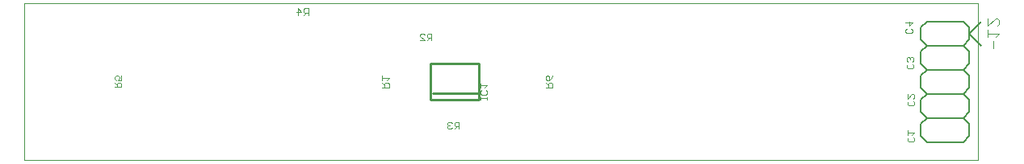
<source format=gbo>
G75*
%MOIN*%
%OFA0B0*%
%FSLAX25Y25*%
%IPPOS*%
%LPD*%
%AMOC8*
5,1,8,0,0,1.08239X$1,22.5*
%
%ADD10C,0.00000*%
%ADD11C,0.01000*%
%ADD12C,0.00400*%
%ADD13C,0.00600*%
%ADD14C,0.00500*%
D10*
X0001800Y0003000D02*
X0001800Y0067961D01*
X0395501Y0067961D01*
X0395501Y0003000D01*
X0001800Y0003000D01*
D11*
X0169300Y0028000D02*
X0169300Y0043000D01*
X0189300Y0043000D01*
X0189300Y0028000D01*
X0169300Y0028000D01*
X0170292Y0030741D02*
X0188940Y0030741D01*
D12*
X0190000Y0030592D02*
X0190000Y0031509D01*
X0190459Y0031968D01*
X0190000Y0033034D02*
X0190000Y0034868D01*
X0190000Y0033951D02*
X0192752Y0033951D01*
X0191835Y0033034D01*
X0192293Y0031968D02*
X0192752Y0031509D01*
X0192752Y0030592D01*
X0192293Y0030133D01*
X0190459Y0030133D01*
X0190000Y0030592D01*
X0190000Y0029117D02*
X0190000Y0028200D01*
X0190000Y0028659D02*
X0192752Y0028659D01*
X0192752Y0029117D02*
X0192752Y0028200D01*
X0217000Y0033200D02*
X0219752Y0033200D01*
X0219752Y0034576D01*
X0219293Y0035035D01*
X0218376Y0035035D01*
X0217917Y0034576D01*
X0217917Y0033200D01*
X0217917Y0034117D02*
X0217000Y0035035D01*
X0217459Y0036100D02*
X0217000Y0036559D01*
X0217000Y0037476D01*
X0217459Y0037935D01*
X0217917Y0037935D01*
X0218376Y0037476D01*
X0218376Y0036100D01*
X0217459Y0036100D01*
X0218376Y0036100D02*
X0219293Y0037017D01*
X0219752Y0037935D01*
X0152252Y0037017D02*
X0151335Y0036100D01*
X0152252Y0037017D02*
X0149500Y0037017D01*
X0149500Y0036100D02*
X0149500Y0037935D01*
X0149500Y0035035D02*
X0150417Y0034117D01*
X0150417Y0034576D02*
X0150417Y0033200D01*
X0149500Y0033200D02*
X0152252Y0033200D01*
X0152252Y0034576D01*
X0151793Y0035035D01*
X0150876Y0035035D01*
X0150417Y0034576D01*
X0176428Y0018328D02*
X0176887Y0018787D01*
X0177804Y0018787D01*
X0178262Y0018328D01*
X0179328Y0018328D02*
X0179328Y0017411D01*
X0179787Y0016952D01*
X0181163Y0016952D01*
X0180245Y0016952D02*
X0179328Y0016035D01*
X0178262Y0016493D02*
X0177804Y0016035D01*
X0176887Y0016035D01*
X0176428Y0016493D01*
X0176428Y0016952D01*
X0176887Y0017411D01*
X0177345Y0017411D01*
X0176887Y0017411D02*
X0176428Y0017869D01*
X0176428Y0018328D01*
X0179328Y0018328D02*
X0179787Y0018787D01*
X0181163Y0018787D01*
X0181163Y0016035D01*
X0041891Y0033225D02*
X0041891Y0034601D01*
X0041432Y0035060D01*
X0040515Y0035060D01*
X0040056Y0034601D01*
X0040056Y0033225D01*
X0039139Y0033225D02*
X0041891Y0033225D01*
X0040056Y0034143D02*
X0039139Y0035060D01*
X0039598Y0036125D02*
X0039139Y0036584D01*
X0039139Y0037501D01*
X0039598Y0037960D01*
X0040515Y0037960D01*
X0040974Y0037501D01*
X0040974Y0037043D01*
X0040515Y0036125D01*
X0041891Y0036125D01*
X0041891Y0037960D01*
X0165165Y0052688D02*
X0167000Y0052688D01*
X0165165Y0054523D01*
X0165165Y0054981D01*
X0165624Y0055440D01*
X0166541Y0055440D01*
X0167000Y0054981D01*
X0168066Y0054981D02*
X0168066Y0054064D01*
X0168524Y0053605D01*
X0169900Y0053605D01*
X0169900Y0052688D02*
X0169900Y0055440D01*
X0168524Y0055440D01*
X0168066Y0054981D01*
X0168983Y0053605D02*
X0168066Y0052688D01*
X0118938Y0063122D02*
X0118938Y0065874D01*
X0117562Y0065874D01*
X0117103Y0065415D01*
X0117103Y0064498D01*
X0117562Y0064039D01*
X0118938Y0064039D01*
X0118020Y0064039D02*
X0117103Y0063122D01*
X0114662Y0063122D02*
X0114662Y0065874D01*
X0116038Y0064498D01*
X0114203Y0064498D01*
X0365529Y0059929D02*
X0368281Y0059929D01*
X0366905Y0058553D01*
X0366905Y0060388D01*
X0365988Y0057488D02*
X0365529Y0057029D01*
X0365529Y0056112D01*
X0365988Y0055653D01*
X0367823Y0055653D01*
X0368281Y0056112D01*
X0368281Y0057029D01*
X0367823Y0057488D01*
X0399500Y0057061D02*
X0399500Y0053992D01*
X0402569Y0053992D02*
X0404104Y0055527D01*
X0399500Y0055527D01*
X0399500Y0058596D02*
X0402569Y0061665D01*
X0403337Y0061665D01*
X0404104Y0060898D01*
X0404104Y0059363D01*
X0403337Y0058596D01*
X0399500Y0058596D02*
X0399500Y0061665D01*
X0401802Y0052457D02*
X0401802Y0049388D01*
X0368697Y0045207D02*
X0368697Y0044290D01*
X0368238Y0043831D01*
X0368238Y0042766D02*
X0368697Y0042307D01*
X0368697Y0041390D01*
X0368238Y0040931D01*
X0366403Y0040931D01*
X0365945Y0041390D01*
X0365945Y0042307D01*
X0366403Y0042766D01*
X0366403Y0043831D02*
X0365945Y0044290D01*
X0365945Y0045207D01*
X0366403Y0045666D01*
X0366862Y0045666D01*
X0367321Y0045207D01*
X0367321Y0044749D01*
X0367321Y0045207D02*
X0367779Y0045666D01*
X0368238Y0045666D01*
X0368697Y0045207D01*
X0368573Y0030333D02*
X0369032Y0029875D01*
X0369032Y0028957D01*
X0368573Y0028499D01*
X0368573Y0027433D02*
X0369032Y0026975D01*
X0369032Y0026057D01*
X0368573Y0025599D01*
X0366738Y0025599D01*
X0366280Y0026057D01*
X0366280Y0026975D01*
X0366738Y0027433D01*
X0366280Y0028499D02*
X0368114Y0030333D01*
X0368573Y0030333D01*
X0366280Y0030333D02*
X0366280Y0028499D01*
X0366283Y0015333D02*
X0366283Y0013499D01*
X0366283Y0014416D02*
X0369035Y0014416D01*
X0368117Y0013499D01*
X0368576Y0012433D02*
X0369035Y0011975D01*
X0369035Y0011057D01*
X0368576Y0010599D01*
X0366741Y0010599D01*
X0366283Y0011057D01*
X0366283Y0011975D01*
X0366741Y0012433D01*
D13*
X0371800Y0013000D02*
X0374300Y0010500D01*
X0389300Y0010500D01*
X0391800Y0013000D01*
X0391800Y0018000D01*
X0389300Y0020500D01*
X0374300Y0020500D01*
X0371800Y0018000D01*
X0371800Y0013000D01*
X0374300Y0020500D02*
X0371800Y0023000D01*
X0371800Y0028000D01*
X0374300Y0030500D01*
X0389300Y0030500D01*
X0391800Y0028000D01*
X0391800Y0023000D01*
X0389300Y0020500D01*
X0389300Y0030500D02*
X0391800Y0033000D01*
X0391800Y0038000D01*
X0389300Y0040500D01*
X0374300Y0040500D01*
X0371800Y0038000D01*
X0371800Y0033000D01*
X0374300Y0030500D01*
X0374300Y0040500D02*
X0371800Y0043000D01*
X0371800Y0048000D01*
X0374300Y0050500D01*
X0389300Y0050500D01*
X0391800Y0048000D01*
X0391800Y0043000D01*
X0389300Y0040500D01*
X0389300Y0050500D02*
X0391800Y0053000D01*
X0391800Y0055500D01*
X0391800Y0058000D01*
X0389300Y0060500D01*
X0374300Y0060500D01*
X0371800Y0058000D01*
X0371800Y0053000D01*
X0374300Y0050500D01*
D14*
X0391800Y0055500D02*
X0396800Y0050500D01*
X0391800Y0055500D02*
X0396800Y0060500D01*
M02*

</source>
